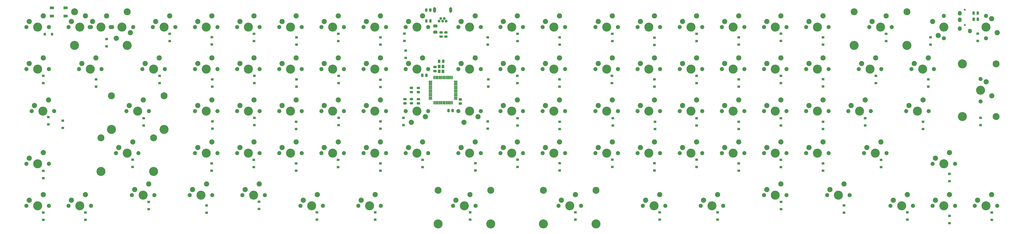
<source format=gbs>
G04 #@! TF.GenerationSoftware,KiCad,Pcbnew,(5.1.6)-1*
G04 #@! TF.CreationDate,2020-07-09T12:41:53-04:00*
G04 #@! TF.ProjectId,railroad-keyboard-pcb-only,7261696c-726f-4616-942d-6b6579626f61,rev?*
G04 #@! TF.SameCoordinates,Original*
G04 #@! TF.FileFunction,Soldermask,Bot*
G04 #@! TF.FilePolarity,Negative*
%FSLAX46Y46*%
G04 Gerber Fmt 4.6, Leading zero omitted, Abs format (unit mm)*
G04 Created by KiCad (PCBNEW (5.1.6)-1) date 2020-07-09 12:41:53*
%MOMM*%
%LPD*%
G01*
G04 APERTURE LIST*
%ADD10C,2.350000*%
%ADD11C,4.087800*%
%ADD12C,1.850000*%
%ADD13C,3.148000*%
%ADD14R,1.300000X1.000000*%
%ADD15O,1.700000X2.100000*%
%ADD16C,0.900000*%
%ADD17C,1.300000*%
%ADD18O,1.308000X2.516000*%
%ADD19R,1.900000X1.200000*%
%ADD20R,1.300000X1.500000*%
%ADD21R,0.650000X1.600000*%
%ADD22R,1.600000X0.650000*%
%ADD23R,1.000000X1.300000*%
G04 APERTURE END LIST*
D10*
G04 #@! TO.C,MX9*
X393065000Y-242570000D03*
D11*
X390525000Y-247650000D03*
D10*
X386715000Y-245110000D03*
D12*
X385445000Y-247650000D03*
X395605000Y-247650000D03*
D13*
X378618750Y-240665000D03*
X402431250Y-240665000D03*
D11*
X378618750Y-255905000D03*
X402431250Y-255905000D03*
G04 #@! TD*
D10*
G04 #@! TO.C,MX500_alt2*
X31115000Y-242570000D03*
D11*
X28575000Y-247650000D03*
D10*
X24765000Y-245110000D03*
D12*
X23495000Y-247650000D03*
X33655000Y-247650000D03*
G04 #@! TD*
D10*
G04 #@! TO.C,MX100_alt1*
X45085000Y-252730000D03*
D11*
X47625000Y-247650000D03*
D10*
X51435000Y-250190000D03*
D12*
X52705000Y-247650000D03*
X42545000Y-247650000D03*
G04 #@! TD*
D14*
G04 #@! TO.C,D500*
X20859750Y-290069000D03*
X20859750Y-293369000D03*
G04 #@! TD*
D15*
G04 #@! TO.C,U2*
X426325000Y-244328000D03*
D16*
X428625000Y-239728000D03*
X428625000Y-246728000D03*
D15*
X426325000Y-241328000D03*
X426325000Y-248328000D03*
X430925000Y-249428000D03*
G04 #@! TD*
D10*
G04 #@! TO.C,MX104*
X207327500Y-242570000D03*
D11*
X204787500Y-247650000D03*
D10*
X200977500Y-245110000D03*
D12*
X199707500Y-247650000D03*
X209867500Y-247650000D03*
G04 #@! TD*
D10*
G04 #@! TO.C,MX100*
X40640000Y-242570000D03*
D11*
X38100000Y-247650000D03*
D10*
X34290000Y-245110000D03*
D12*
X33020000Y-247650000D03*
X43180000Y-247650000D03*
D13*
X26193750Y-240665000D03*
X50006250Y-240665000D03*
D11*
X26193750Y-255905000D03*
X50006250Y-255905000D03*
G04 #@! TD*
G04 #@! TO.C,R8*
G36*
G01*
X433178000Y-243612750D02*
X433178000Y-244575250D01*
G75*
G02*
X432909250Y-244844000I-268750J0D01*
G01*
X432371750Y-244844000D01*
G75*
G02*
X432103000Y-244575250I0J268750D01*
G01*
X432103000Y-243612750D01*
G75*
G02*
X432371750Y-243344000I268750J0D01*
G01*
X432909250Y-243344000D01*
G75*
G02*
X433178000Y-243612750I0J-268750D01*
G01*
G37*
G36*
G01*
X435053000Y-243612750D02*
X435053000Y-244575250D01*
G75*
G02*
X434784250Y-244844000I-268750J0D01*
G01*
X434246750Y-244844000D01*
G75*
G02*
X433978000Y-244575250I0J268750D01*
G01*
X433978000Y-243612750D01*
G75*
G02*
X434246750Y-243344000I268750J0D01*
G01*
X434784250Y-243344000D01*
G75*
G02*
X435053000Y-243612750I0J-268750D01*
G01*
G37*
G04 #@! TD*
G04 #@! TO.C,R7*
G36*
G01*
X433129500Y-240818750D02*
X433129500Y-241781250D01*
G75*
G02*
X432860750Y-242050000I-268750J0D01*
G01*
X432323250Y-242050000D01*
G75*
G02*
X432054500Y-241781250I0J268750D01*
G01*
X432054500Y-240818750D01*
G75*
G02*
X432323250Y-240550000I268750J0D01*
G01*
X432860750Y-240550000D01*
G75*
G02*
X433129500Y-240818750I0J-268750D01*
G01*
G37*
G36*
G01*
X435004500Y-240818750D02*
X435004500Y-241781250D01*
G75*
G02*
X434735750Y-242050000I-268750J0D01*
G01*
X434198250Y-242050000D01*
G75*
G02*
X433929500Y-241781250I0J268750D01*
G01*
X433929500Y-240818750D01*
G75*
G02*
X434198250Y-240550000I268750J0D01*
G01*
X434735750Y-240550000D01*
G75*
G02*
X435004500Y-240818750I0J-268750D01*
G01*
G37*
G04 #@! TD*
G04 #@! TO.C,R6*
G36*
G01*
X195768250Y-285014750D02*
X195768250Y-285977250D01*
G75*
G02*
X195499500Y-286246000I-268750J0D01*
G01*
X194962000Y-286246000D01*
G75*
G02*
X194693250Y-285977250I0J268750D01*
G01*
X194693250Y-285014750D01*
G75*
G02*
X194962000Y-284746000I268750J0D01*
G01*
X195499500Y-284746000D01*
G75*
G02*
X195768250Y-285014750I0J-268750D01*
G01*
G37*
G36*
G01*
X197643250Y-285014750D02*
X197643250Y-285977250D01*
G75*
G02*
X197374500Y-286246000I-268750J0D01*
G01*
X196837000Y-286246000D01*
G75*
G02*
X196568250Y-285977250I0J268750D01*
G01*
X196568250Y-285014750D01*
G75*
G02*
X196837000Y-284746000I268750J0D01*
G01*
X197374500Y-284746000D01*
G75*
G02*
X197643250Y-285014750I0J-268750D01*
G01*
G37*
G04 #@! TD*
G04 #@! TO.C,R5*
G36*
G01*
X185735250Y-244374750D02*
X185735250Y-245337250D01*
G75*
G02*
X185466500Y-245606000I-268750J0D01*
G01*
X184929000Y-245606000D01*
G75*
G02*
X184660250Y-245337250I0J268750D01*
G01*
X184660250Y-244374750D01*
G75*
G02*
X184929000Y-244106000I268750J0D01*
G01*
X185466500Y-244106000D01*
G75*
G02*
X185735250Y-244374750I0J-268750D01*
G01*
G37*
G36*
G01*
X187610250Y-244374750D02*
X187610250Y-245337250D01*
G75*
G02*
X187341500Y-245606000I-268750J0D01*
G01*
X186804000Y-245606000D01*
G75*
G02*
X186535250Y-245337250I0J268750D01*
G01*
X186535250Y-244374750D01*
G75*
G02*
X186804000Y-244106000I268750J0D01*
G01*
X187341500Y-244106000D01*
G75*
G02*
X187610250Y-244374750I0J-268750D01*
G01*
G37*
G04 #@! TD*
D10*
G04 #@! TO.C,MX508*
X364490000Y-280670000D03*
D11*
X361950000Y-285750000D03*
D10*
X358140000Y-283210000D03*
D12*
X356870000Y-285750000D03*
X367030000Y-285750000D03*
G04 #@! TD*
D17*
G04 #@! TO.C,J1*
X190932000Y-244913000D03*
X192532000Y-244913000D03*
X194132000Y-244913000D03*
X191732000Y-243713000D03*
X193332000Y-243713000D03*
D18*
X196182000Y-239863000D03*
X188882000Y-239863000D03*
G04 #@! TD*
G04 #@! TO.C,C8*
G36*
G01*
X186486750Y-240384250D02*
X186486750Y-239421750D01*
G75*
G02*
X186755500Y-239153000I268750J0D01*
G01*
X187293000Y-239153000D01*
G75*
G02*
X187561750Y-239421750I0J-268750D01*
G01*
X187561750Y-240384250D01*
G75*
G02*
X187293000Y-240653000I-268750J0D01*
G01*
X186755500Y-240653000D01*
G75*
G02*
X186486750Y-240384250I0J268750D01*
G01*
G37*
G36*
G01*
X184611750Y-240384250D02*
X184611750Y-239421750D01*
G75*
G02*
X184880500Y-239153000I268750J0D01*
G01*
X185418000Y-239153000D01*
G75*
G02*
X185686750Y-239421750I0J-268750D01*
G01*
X185686750Y-240384250D01*
G75*
G02*
X185418000Y-240653000I-268750J0D01*
G01*
X184880500Y-240653000D01*
G75*
G02*
X184611750Y-240384250I0J268750D01*
G01*
G37*
G04 #@! TD*
G04 #@! TO.C,C7*
G36*
G01*
X176027000Y-280856500D02*
X175064500Y-280856500D01*
G75*
G02*
X174795750Y-280587750I0J268750D01*
G01*
X174795750Y-280050250D01*
G75*
G02*
X175064500Y-279781500I268750J0D01*
G01*
X176027000Y-279781500D01*
G75*
G02*
X176295750Y-280050250I0J-268750D01*
G01*
X176295750Y-280587750D01*
G75*
G02*
X176027000Y-280856500I-268750J0D01*
G01*
G37*
G36*
G01*
X176027000Y-282731500D02*
X175064500Y-282731500D01*
G75*
G02*
X174795750Y-282462750I0J268750D01*
G01*
X174795750Y-281925250D01*
G75*
G02*
X175064500Y-281656500I268750J0D01*
G01*
X176027000Y-281656500D01*
G75*
G02*
X176295750Y-281925250I0J-268750D01*
G01*
X176295750Y-282462750D01*
G75*
G02*
X176027000Y-282731500I-268750J0D01*
G01*
G37*
G04 #@! TD*
G04 #@! TO.C,C6*
G36*
G01*
X177985500Y-276546500D02*
X178948000Y-276546500D01*
G75*
G02*
X179216750Y-276815250I0J-268750D01*
G01*
X179216750Y-277352750D01*
G75*
G02*
X178948000Y-277621500I-268750J0D01*
G01*
X177985500Y-277621500D01*
G75*
G02*
X177716750Y-277352750I0J268750D01*
G01*
X177716750Y-276815250D01*
G75*
G02*
X177985500Y-276546500I268750J0D01*
G01*
G37*
G36*
G01*
X177985500Y-274671500D02*
X178948000Y-274671500D01*
G75*
G02*
X179216750Y-274940250I0J-268750D01*
G01*
X179216750Y-275477750D01*
G75*
G02*
X178948000Y-275746500I-268750J0D01*
G01*
X177985500Y-275746500D01*
G75*
G02*
X177716750Y-275477750I0J268750D01*
G01*
X177716750Y-274940250D01*
G75*
G02*
X177985500Y-274671500I268750J0D01*
G01*
G37*
G04 #@! TD*
G04 #@! TO.C,C5*
G36*
G01*
X182123000Y-280856500D02*
X181160500Y-280856500D01*
G75*
G02*
X180891750Y-280587750I0J268750D01*
G01*
X180891750Y-280050250D01*
G75*
G02*
X181160500Y-279781500I268750J0D01*
G01*
X182123000Y-279781500D01*
G75*
G02*
X182391750Y-280050250I0J-268750D01*
G01*
X182391750Y-280587750D01*
G75*
G02*
X182123000Y-280856500I-268750J0D01*
G01*
G37*
G36*
G01*
X182123000Y-282731500D02*
X181160500Y-282731500D01*
G75*
G02*
X180891750Y-282462750I0J268750D01*
G01*
X180891750Y-281925250D01*
G75*
G02*
X181160500Y-281656500I268750J0D01*
G01*
X182123000Y-281656500D01*
G75*
G02*
X182391750Y-281925250I0J-268750D01*
G01*
X182391750Y-282462750D01*
G75*
G02*
X182123000Y-282731500I-268750J0D01*
G01*
G37*
G04 #@! TD*
G04 #@! TO.C,C4*
G36*
G01*
X178948000Y-280826500D02*
X177985500Y-280826500D01*
G75*
G02*
X177716750Y-280557750I0J268750D01*
G01*
X177716750Y-280020250D01*
G75*
G02*
X177985500Y-279751500I268750J0D01*
G01*
X178948000Y-279751500D01*
G75*
G02*
X179216750Y-280020250I0J-268750D01*
G01*
X179216750Y-280557750D01*
G75*
G02*
X178948000Y-280826500I-268750J0D01*
G01*
G37*
G36*
G01*
X178948000Y-282701500D02*
X177985500Y-282701500D01*
G75*
G02*
X177716750Y-282432750I0J268750D01*
G01*
X177716750Y-281895250D01*
G75*
G02*
X177985500Y-281626500I268750J0D01*
G01*
X178948000Y-281626500D01*
G75*
G02*
X179216750Y-281895250I0J-268750D01*
G01*
X179216750Y-282432750D01*
G75*
G02*
X178948000Y-282701500I-268750J0D01*
G01*
G37*
G04 #@! TD*
G04 #@! TO.C,C3*
G36*
G01*
X181128750Y-276576500D02*
X182091250Y-276576500D01*
G75*
G02*
X182360000Y-276845250I0J-268750D01*
G01*
X182360000Y-277382750D01*
G75*
G02*
X182091250Y-277651500I-268750J0D01*
G01*
X181128750Y-277651500D01*
G75*
G02*
X180860000Y-277382750I0J268750D01*
G01*
X180860000Y-276845250D01*
G75*
G02*
X181128750Y-276576500I268750J0D01*
G01*
G37*
G36*
G01*
X181128750Y-274701500D02*
X182091250Y-274701500D01*
G75*
G02*
X182360000Y-274970250I0J-268750D01*
G01*
X182360000Y-275507750D01*
G75*
G02*
X182091250Y-275776500I-268750J0D01*
G01*
X181128750Y-275776500D01*
G75*
G02*
X180860000Y-275507750I0J268750D01*
G01*
X180860000Y-274970250D01*
G75*
G02*
X181128750Y-274701500I268750J0D01*
G01*
G37*
G04 #@! TD*
G04 #@! TO.C,C2*
G36*
G01*
X189584250Y-266221500D02*
X188621750Y-266221500D01*
G75*
G02*
X188353000Y-265952750I0J268750D01*
G01*
X188353000Y-265415250D01*
G75*
G02*
X188621750Y-265146500I268750J0D01*
G01*
X189584250Y-265146500D01*
G75*
G02*
X189853000Y-265415250I0J-268750D01*
G01*
X189853000Y-265952750D01*
G75*
G02*
X189584250Y-266221500I-268750J0D01*
G01*
G37*
G36*
G01*
X189584250Y-268096500D02*
X188621750Y-268096500D01*
G75*
G02*
X188353000Y-267827750I0J268750D01*
G01*
X188353000Y-267290250D01*
G75*
G02*
X188621750Y-267021500I268750J0D01*
G01*
X189584250Y-267021500D01*
G75*
G02*
X189853000Y-267290250I0J-268750D01*
G01*
X189853000Y-267827750D01*
G75*
G02*
X189584250Y-268096500I-268750J0D01*
G01*
G37*
G04 #@! TD*
G04 #@! TO.C,C1*
G36*
G01*
X191545500Y-262662750D02*
X191545500Y-263625250D01*
G75*
G02*
X191276750Y-263894000I-268750J0D01*
G01*
X190739250Y-263894000D01*
G75*
G02*
X190470500Y-263625250I0J268750D01*
G01*
X190470500Y-262662750D01*
G75*
G02*
X190739250Y-262394000I268750J0D01*
G01*
X191276750Y-262394000D01*
G75*
G02*
X191545500Y-262662750I0J-268750D01*
G01*
G37*
G36*
G01*
X193420500Y-262662750D02*
X193420500Y-263625250D01*
G75*
G02*
X193151750Y-263894000I-268750J0D01*
G01*
X192614250Y-263894000D01*
G75*
G02*
X192345500Y-263625250I0J268750D01*
G01*
X192345500Y-262662750D01*
G75*
G02*
X192614250Y-262394000I268750J0D01*
G01*
X193151750Y-262394000D01*
G75*
G02*
X193420500Y-262662750I0J-268750D01*
G01*
G37*
G04 #@! TD*
D11*
G04 #@! TO.C,MX410*
X427513750Y-264287000D03*
X427513750Y-288163000D03*
D13*
X442753750Y-264287000D03*
X442753750Y-288163000D03*
D12*
X435768750Y-281305000D03*
X435768750Y-271145000D03*
D10*
X438308750Y-272415000D03*
D11*
X435768750Y-276225000D03*
D10*
X440848750Y-278765000D03*
G04 #@! TD*
G04 #@! TO.C,MX305*
X245427500Y-261620000D03*
D11*
X242887500Y-266700000D03*
D10*
X239077500Y-264160000D03*
D12*
X237807500Y-266700000D03*
X247967500Y-266700000D03*
G04 #@! TD*
D10*
G04 #@! TO.C,MX306*
X288290000Y-261620000D03*
D11*
X285750000Y-266700000D03*
D10*
X281940000Y-264160000D03*
D12*
X280670000Y-266700000D03*
X290830000Y-266700000D03*
G04 #@! TD*
D10*
G04 #@! TO.C,MX808*
X345440000Y-318770000D03*
D11*
X342900000Y-323850000D03*
D10*
X339090000Y-321310000D03*
D12*
X337820000Y-323850000D03*
X347980000Y-323850000D03*
G04 #@! TD*
D10*
G04 #@! TO.C,MX102*
X126365000Y-242570000D03*
D11*
X123825000Y-247650000D03*
D10*
X120015000Y-245110000D03*
D12*
X118745000Y-247650000D03*
X128905000Y-247650000D03*
G04 #@! TD*
D10*
G04 #@! TO.C,MX801*
X59690000Y-318770000D03*
D11*
X57150000Y-323850000D03*
D10*
X53340000Y-321310000D03*
D12*
X52070000Y-323850000D03*
X62230000Y-323850000D03*
G04 #@! TD*
D10*
G04 #@! TO.C,MX601*
X52546250Y-299720000D03*
D11*
X50006250Y-304800000D03*
D10*
X46196250Y-302260000D03*
D12*
X44926250Y-304800000D03*
X55086250Y-304800000D03*
D13*
X38100000Y-297815000D03*
X61912500Y-297815000D03*
D11*
X38100000Y-313055000D03*
X61912500Y-313055000D03*
G04 #@! TD*
D10*
G04 #@! TO.C,MX904*
X204946250Y-323532500D03*
D11*
X202406250Y-328612500D03*
D10*
X198596250Y-326072500D03*
D12*
X197326250Y-328612500D03*
X207486250Y-328612500D03*
D13*
X190500000Y-321627500D03*
X214312500Y-321627500D03*
D11*
X190500000Y-336867500D03*
X214312500Y-336867500D03*
G04 #@! TD*
D10*
G04 #@! TO.C,MX906*
X290671250Y-323532500D03*
D11*
X288131250Y-328612500D03*
D10*
X284321250Y-326072500D03*
D12*
X283051250Y-328612500D03*
X293211250Y-328612500D03*
G04 #@! TD*
D10*
G04 #@! TO.C,MX903*
X162083750Y-323532500D03*
D11*
X159543750Y-328612500D03*
D10*
X155733750Y-326072500D03*
D12*
X154463750Y-328612500D03*
X164623750Y-328612500D03*
G04 #@! TD*
D10*
G04 #@! TO.C,MX609*
X390683750Y-299720000D03*
D11*
X388143750Y-304800000D03*
D10*
X384333750Y-302260000D03*
D12*
X383063750Y-304800000D03*
X393223750Y-304800000D03*
G04 #@! TD*
D10*
G04 #@! TO.C,MX509*
X409733750Y-280670000D03*
D11*
X407193750Y-285750000D03*
D10*
X403383750Y-283210000D03*
D12*
X402113750Y-285750000D03*
X412273750Y-285750000D03*
G04 #@! TD*
D10*
G04 #@! TO.C,MX400*
X14446250Y-280670000D03*
D11*
X11906250Y-285750000D03*
D10*
X8096250Y-283210000D03*
D12*
X6826250Y-285750000D03*
X16986250Y-285750000D03*
G04 #@! TD*
D10*
G04 #@! TO.C,MX901*
X85883750Y-318770000D03*
D11*
X83343750Y-323850000D03*
D10*
X79533750Y-321310000D03*
D12*
X78263750Y-323850000D03*
X88423750Y-323850000D03*
G04 #@! TD*
D10*
G04 #@! TO.C,MX802*
X109696250Y-318770000D03*
D11*
X107156250Y-323850000D03*
D10*
X103346250Y-321310000D03*
D12*
X102076250Y-323850000D03*
X112236250Y-323850000D03*
G04 #@! TD*
D10*
G04 #@! TO.C,MX908*
X374015000Y-318770000D03*
D11*
X371475000Y-323850000D03*
D10*
X367665000Y-321310000D03*
D12*
X366395000Y-323850000D03*
X376555000Y-323850000D03*
G04 #@! TD*
D10*
G04 #@! TO.C,MX300*
X35877500Y-261620000D03*
D11*
X33337500Y-266700000D03*
D10*
X29527500Y-264160000D03*
D12*
X28257500Y-266700000D03*
X38417500Y-266700000D03*
G04 #@! TD*
D10*
G04 #@! TO.C,MX209*
X388302500Y-261620000D03*
D11*
X385762500Y-266700000D03*
D10*
X381952500Y-264160000D03*
D12*
X380682500Y-266700000D03*
X390842500Y-266700000D03*
G04 #@! TD*
D10*
G04 #@! TO.C,MX201*
X64452500Y-261620000D03*
D11*
X61912500Y-266700000D03*
D10*
X58102500Y-264160000D03*
D12*
X56832500Y-266700000D03*
X66992500Y-266700000D03*
G04 #@! TD*
D10*
G04 #@! TO.C,MX905*
X252571250Y-323532500D03*
D11*
X250031250Y-328612500D03*
D10*
X246221250Y-326072500D03*
D12*
X244951250Y-328612500D03*
X255111250Y-328612500D03*
D13*
X238125000Y-321627500D03*
X261937500Y-321627500D03*
D11*
X238125000Y-336867500D03*
X261937500Y-336867500D03*
G04 #@! TD*
D10*
G04 #@! TO.C,MX401*
X57308750Y-280670000D03*
D11*
X54768750Y-285750000D03*
D10*
X50958750Y-283210000D03*
D12*
X49688750Y-285750000D03*
X59848750Y-285750000D03*
D13*
X42862500Y-278765000D03*
X66675000Y-278765000D03*
D11*
X42862500Y-294005000D03*
X66675000Y-294005000D03*
G04 #@! TD*
D10*
G04 #@! TO.C,MX602*
X107315000Y-299720000D03*
D11*
X104775000Y-304800000D03*
D10*
X100965000Y-302260000D03*
D12*
X99695000Y-304800000D03*
X109855000Y-304800000D03*
G04 #@! TD*
D10*
G04 #@! TO.C,MX702*
X126365000Y-299720000D03*
D11*
X123825000Y-304800000D03*
D10*
X120015000Y-302260000D03*
D12*
X118745000Y-304800000D03*
X128905000Y-304800000D03*
G04 #@! TD*
D10*
G04 #@! TO.C,MX502*
X126365000Y-280670000D03*
D11*
X123825000Y-285750000D03*
D10*
X120015000Y-283210000D03*
D12*
X118745000Y-285750000D03*
X128905000Y-285750000D03*
G04 #@! TD*
D10*
G04 #@! TO.C,MX909*
X421640000Y-323532500D03*
D11*
X419100000Y-328612500D03*
D10*
X415290000Y-326072500D03*
D12*
X414020000Y-328612500D03*
X424180000Y-328612500D03*
G04 #@! TD*
D10*
G04 #@! TO.C,MX907*
X316865000Y-323532500D03*
D11*
X314325000Y-328612500D03*
D10*
X310515000Y-326072500D03*
D12*
X309245000Y-328612500D03*
X319405000Y-328612500D03*
G04 #@! TD*
D10*
G04 #@! TO.C,MX902*
X135890000Y-323532500D03*
D11*
X133350000Y-328612500D03*
D10*
X129540000Y-326072500D03*
D12*
X128270000Y-328612500D03*
X138430000Y-328612500D03*
G04 #@! TD*
D10*
G04 #@! TO.C,MX900*
X31115000Y-323532500D03*
D11*
X28575000Y-328612500D03*
D10*
X24765000Y-326072500D03*
D12*
X23495000Y-328612500D03*
X33655000Y-328612500D03*
G04 #@! TD*
D10*
G04 #@! TO.C,MX810*
X440690000Y-323532500D03*
D11*
X438150000Y-328612500D03*
D10*
X434340000Y-326072500D03*
D12*
X433070000Y-328612500D03*
X443230000Y-328612500D03*
G04 #@! TD*
D10*
G04 #@! TO.C,MX809*
X402590000Y-323532500D03*
D11*
X400050000Y-328612500D03*
D10*
X396240000Y-326072500D03*
D12*
X394970000Y-328612500D03*
X405130000Y-328612500D03*
G04 #@! TD*
D10*
G04 #@! TO.C,MX800*
X12065000Y-323532500D03*
D11*
X9525000Y-328612500D03*
D10*
X5715000Y-326072500D03*
D12*
X4445000Y-328612500D03*
X14605000Y-328612500D03*
G04 #@! TD*
D10*
G04 #@! TO.C,MX709*
X421640000Y-304482500D03*
D11*
X419100000Y-309562500D03*
D10*
X415290000Y-307022500D03*
D12*
X414020000Y-309562500D03*
X424180000Y-309562500D03*
G04 #@! TD*
D10*
G04 #@! TO.C,MX708*
X364490000Y-299720000D03*
D11*
X361950000Y-304800000D03*
D10*
X358140000Y-302260000D03*
D12*
X356870000Y-304800000D03*
X367030000Y-304800000D03*
G04 #@! TD*
D10*
G04 #@! TO.C,MX707*
X326390000Y-299720000D03*
D11*
X323850000Y-304800000D03*
D10*
X320040000Y-302260000D03*
D12*
X318770000Y-304800000D03*
X328930000Y-304800000D03*
G04 #@! TD*
D10*
G04 #@! TO.C,MX706*
X288290000Y-299720000D03*
D11*
X285750000Y-304800000D03*
D10*
X281940000Y-302260000D03*
D12*
X280670000Y-304800000D03*
X290830000Y-304800000D03*
G04 #@! TD*
D10*
G04 #@! TO.C,MX705*
X245427500Y-299720000D03*
D11*
X242887500Y-304800000D03*
D10*
X239077500Y-302260000D03*
D12*
X237807500Y-304800000D03*
X247967500Y-304800000D03*
G04 #@! TD*
D10*
G04 #@! TO.C,MX704*
X207327500Y-299720000D03*
D11*
X204787500Y-304800000D03*
D10*
X200977500Y-302260000D03*
D12*
X199707500Y-304800000D03*
X209867500Y-304800000D03*
G04 #@! TD*
D10*
G04 #@! TO.C,MX703*
X164465000Y-299720000D03*
D11*
X161925000Y-304800000D03*
D10*
X158115000Y-302260000D03*
D12*
X156845000Y-304800000D03*
X167005000Y-304800000D03*
G04 #@! TD*
D10*
G04 #@! TO.C,MX701*
X88265000Y-299720000D03*
D11*
X85725000Y-304800000D03*
D10*
X81915000Y-302260000D03*
D12*
X80645000Y-304800000D03*
X90805000Y-304800000D03*
G04 #@! TD*
D10*
G04 #@! TO.C,MX608*
X345440000Y-299720000D03*
D11*
X342900000Y-304800000D03*
D10*
X339090000Y-302260000D03*
D12*
X337820000Y-304800000D03*
X347980000Y-304800000D03*
G04 #@! TD*
D10*
G04 #@! TO.C,MX607*
X307340000Y-299720000D03*
D11*
X304800000Y-304800000D03*
D10*
X300990000Y-302260000D03*
D12*
X299720000Y-304800000D03*
X309880000Y-304800000D03*
G04 #@! TD*
D10*
G04 #@! TO.C,MX606*
X269240000Y-299720000D03*
D11*
X266700000Y-304800000D03*
D10*
X262890000Y-302260000D03*
D12*
X261620000Y-304800000D03*
X271780000Y-304800000D03*
G04 #@! TD*
D10*
G04 #@! TO.C,MX605*
X226377500Y-299720000D03*
D11*
X223837500Y-304800000D03*
D10*
X220027500Y-302260000D03*
D12*
X218757500Y-304800000D03*
X228917500Y-304800000D03*
G04 #@! TD*
D10*
G04 #@! TO.C,MX604*
X183515000Y-299720000D03*
D11*
X180975000Y-304800000D03*
D10*
X177165000Y-302260000D03*
D12*
X175895000Y-304800000D03*
X186055000Y-304800000D03*
G04 #@! TD*
D10*
G04 #@! TO.C,MX603*
X145415000Y-299720000D03*
D11*
X142875000Y-304800000D03*
D10*
X139065000Y-302260000D03*
D12*
X137795000Y-304800000D03*
X147955000Y-304800000D03*
G04 #@! TD*
D10*
G04 #@! TO.C,MX600*
X12065000Y-304482500D03*
D11*
X9525000Y-309562500D03*
D10*
X5715000Y-307022500D03*
D12*
X4445000Y-309562500D03*
X14605000Y-309562500D03*
G04 #@! TD*
D10*
G04 #@! TO.C,MX507*
X326390000Y-280670000D03*
D11*
X323850000Y-285750000D03*
D10*
X320040000Y-283210000D03*
D12*
X318770000Y-285750000D03*
X328930000Y-285750000D03*
G04 #@! TD*
D10*
G04 #@! TO.C,MX506*
X288290000Y-280670000D03*
D11*
X285750000Y-285750000D03*
D10*
X281940000Y-283210000D03*
D12*
X280670000Y-285750000D03*
X290830000Y-285750000D03*
G04 #@! TD*
D10*
G04 #@! TO.C,MX505*
X245427500Y-280670000D03*
D11*
X242887500Y-285750000D03*
D10*
X239077500Y-283210000D03*
D12*
X237807500Y-285750000D03*
X247967500Y-285750000D03*
G04 #@! TD*
D10*
G04 #@! TO.C,MX504*
X202247500Y-290830000D03*
D11*
X204787500Y-285750000D03*
D10*
X208597500Y-288290000D03*
D12*
X209867500Y-285750000D03*
X199707500Y-285750000D03*
G04 #@! TD*
D10*
G04 #@! TO.C,MX503*
X164465000Y-280670000D03*
D11*
X161925000Y-285750000D03*
D10*
X158115000Y-283210000D03*
D12*
X156845000Y-285750000D03*
X167005000Y-285750000D03*
G04 #@! TD*
D10*
G04 #@! TO.C,MX501*
X88265000Y-280670000D03*
D11*
X85725000Y-285750000D03*
D10*
X81915000Y-283210000D03*
D12*
X80645000Y-285750000D03*
X90805000Y-285750000D03*
G04 #@! TD*
D10*
G04 #@! TO.C,MX409*
X383540000Y-280670000D03*
D11*
X381000000Y-285750000D03*
D10*
X377190000Y-283210000D03*
D12*
X375920000Y-285750000D03*
X386080000Y-285750000D03*
G04 #@! TD*
D10*
G04 #@! TO.C,MX408*
X345440000Y-280670000D03*
D11*
X342900000Y-285750000D03*
D10*
X339090000Y-283210000D03*
D12*
X337820000Y-285750000D03*
X347980000Y-285750000D03*
G04 #@! TD*
D10*
G04 #@! TO.C,MX407*
X307340000Y-280670000D03*
D11*
X304800000Y-285750000D03*
D10*
X300990000Y-283210000D03*
D12*
X299720000Y-285750000D03*
X309880000Y-285750000D03*
G04 #@! TD*
D10*
G04 #@! TO.C,MX406*
X269240000Y-280670000D03*
D11*
X266700000Y-285750000D03*
D10*
X262890000Y-283210000D03*
D12*
X261620000Y-285750000D03*
X271780000Y-285750000D03*
G04 #@! TD*
D10*
G04 #@! TO.C,MX405*
X226377500Y-280670000D03*
D11*
X223837500Y-285750000D03*
D10*
X220027500Y-283210000D03*
D12*
X218757500Y-285750000D03*
X228917500Y-285750000D03*
G04 #@! TD*
D10*
G04 #@! TO.C,MX404*
X178435000Y-290830000D03*
D11*
X180975000Y-285750000D03*
D10*
X184785000Y-288290000D03*
D12*
X186055000Y-285750000D03*
X175895000Y-285750000D03*
G04 #@! TD*
D10*
G04 #@! TO.C,MX403*
X145415000Y-280670000D03*
D11*
X142875000Y-285750000D03*
D10*
X139065000Y-283210000D03*
D12*
X137795000Y-285750000D03*
X147955000Y-285750000D03*
G04 #@! TD*
D10*
G04 #@! TO.C,MX402*
X107315000Y-280670000D03*
D11*
X104775000Y-285750000D03*
D10*
X100965000Y-283210000D03*
D12*
X99695000Y-285750000D03*
X109855000Y-285750000D03*
G04 #@! TD*
D10*
G04 #@! TO.C,MX309*
X412115000Y-261620000D03*
D11*
X409575000Y-266700000D03*
D10*
X405765000Y-264160000D03*
D12*
X404495000Y-266700000D03*
X414655000Y-266700000D03*
G04 #@! TD*
D10*
G04 #@! TO.C,MX307*
X326390000Y-261620000D03*
D11*
X323850000Y-266700000D03*
D10*
X320040000Y-264160000D03*
D12*
X318770000Y-266700000D03*
X328930000Y-266700000D03*
G04 #@! TD*
D10*
G04 #@! TO.C,MX304*
X207327500Y-261620000D03*
D11*
X204787500Y-266700000D03*
D10*
X200977500Y-264160000D03*
D12*
X199707500Y-266700000D03*
X209867500Y-266700000D03*
G04 #@! TD*
D10*
G04 #@! TO.C,MX303*
X164465000Y-261620000D03*
D11*
X161925000Y-266700000D03*
D10*
X158115000Y-264160000D03*
D12*
X156845000Y-266700000D03*
X167005000Y-266700000D03*
G04 #@! TD*
D10*
G04 #@! TO.C,MX302*
X126365000Y-261620000D03*
D11*
X123825000Y-266700000D03*
D10*
X120015000Y-264160000D03*
D12*
X118745000Y-266700000D03*
X128905000Y-266700000D03*
G04 #@! TD*
D10*
G04 #@! TO.C,MX301*
X88265000Y-261620000D03*
D11*
X85725000Y-266700000D03*
D10*
X81915000Y-264160000D03*
D12*
X80645000Y-266700000D03*
X90805000Y-266700000D03*
G04 #@! TD*
D10*
G04 #@! TO.C,MX208*
X345440000Y-261620000D03*
D11*
X342900000Y-266700000D03*
D10*
X339090000Y-264160000D03*
D12*
X337820000Y-266700000D03*
X347980000Y-266700000D03*
G04 #@! TD*
D10*
G04 #@! TO.C,MX207*
X307340000Y-261620000D03*
D11*
X304800000Y-266700000D03*
D10*
X300990000Y-264160000D03*
D12*
X299720000Y-266700000D03*
X309880000Y-266700000D03*
G04 #@! TD*
D10*
G04 #@! TO.C,MX206*
X269240000Y-261620000D03*
D11*
X266700000Y-266700000D03*
D10*
X262890000Y-264160000D03*
D12*
X261620000Y-266700000D03*
X271780000Y-266700000D03*
G04 #@! TD*
D10*
G04 #@! TO.C,MX205*
X226377500Y-261620000D03*
D11*
X223837500Y-266700000D03*
D10*
X220027500Y-264160000D03*
D12*
X218757500Y-266700000D03*
X228917500Y-266700000D03*
G04 #@! TD*
D10*
G04 #@! TO.C,MX204*
X183515000Y-261620000D03*
D11*
X180975000Y-266700000D03*
D10*
X177165000Y-264160000D03*
D12*
X175895000Y-266700000D03*
X186055000Y-266700000D03*
G04 #@! TD*
D10*
G04 #@! TO.C,MX203*
X145415000Y-261620000D03*
D11*
X142875000Y-266700000D03*
D10*
X139065000Y-264160000D03*
D12*
X137795000Y-266700000D03*
X147955000Y-266700000D03*
G04 #@! TD*
D10*
G04 #@! TO.C,MX202*
X107315000Y-261620000D03*
D11*
X104775000Y-266700000D03*
D10*
X100965000Y-264160000D03*
D12*
X99695000Y-266700000D03*
X109855000Y-266700000D03*
G04 #@! TD*
D10*
G04 #@! TO.C,MX200*
X12065000Y-261620000D03*
D11*
X9525000Y-266700000D03*
D10*
X5715000Y-264160000D03*
D12*
X4445000Y-266700000D03*
X14605000Y-266700000D03*
G04 #@! TD*
D10*
G04 #@! TO.C,MX109*
X414020000Y-245110000D03*
D11*
X419100000Y-247650000D03*
D10*
X416560000Y-251460000D03*
D12*
X419100000Y-252730000D03*
X419100000Y-242570000D03*
G04 #@! TD*
D10*
G04 #@! TO.C,MX108*
X364490000Y-242570000D03*
D11*
X361950000Y-247650000D03*
D10*
X358140000Y-245110000D03*
D12*
X356870000Y-247650000D03*
X367030000Y-247650000D03*
G04 #@! TD*
D10*
G04 #@! TO.C,MX107*
X326390000Y-242570000D03*
D11*
X323850000Y-247650000D03*
D10*
X320040000Y-245110000D03*
D12*
X318770000Y-247650000D03*
X328930000Y-247650000D03*
G04 #@! TD*
D10*
G04 #@! TO.C,MX106*
X288290000Y-242570000D03*
D11*
X285750000Y-247650000D03*
D10*
X281940000Y-245110000D03*
D12*
X280670000Y-247650000D03*
X290830000Y-247650000D03*
G04 #@! TD*
D10*
G04 #@! TO.C,MX105*
X245427500Y-242570000D03*
D11*
X242887500Y-247650000D03*
D10*
X239077500Y-245110000D03*
D12*
X237807500Y-247650000D03*
X247967500Y-247650000D03*
G04 #@! TD*
D10*
G04 #@! TO.C,MX103*
X164465000Y-242570000D03*
D11*
X161925000Y-247650000D03*
D10*
X158115000Y-245110000D03*
D12*
X156845000Y-247650000D03*
X167005000Y-247650000D03*
G04 #@! TD*
D10*
G04 #@! TO.C,MX101*
X88265000Y-242570000D03*
D11*
X85725000Y-247650000D03*
D10*
X81915000Y-245110000D03*
D12*
X80645000Y-247650000D03*
X90805000Y-247650000D03*
G04 #@! TD*
D10*
G04 #@! TO.C,MX10*
X443230000Y-250190000D03*
D11*
X438150000Y-247650000D03*
D10*
X440690000Y-243840000D03*
D12*
X438150000Y-242570000D03*
X438150000Y-252730000D03*
G04 #@! TD*
D10*
G04 #@! TO.C,MX8*
X345440000Y-242570000D03*
D11*
X342900000Y-247650000D03*
D10*
X339090000Y-245110000D03*
D12*
X337820000Y-247650000D03*
X347980000Y-247650000D03*
G04 #@! TD*
D10*
G04 #@! TO.C,MX7*
X307340000Y-242570000D03*
D11*
X304800000Y-247650000D03*
D10*
X300990000Y-245110000D03*
D12*
X299720000Y-247650000D03*
X309880000Y-247650000D03*
G04 #@! TD*
D10*
G04 #@! TO.C,MX6*
X269240000Y-242570000D03*
D11*
X266700000Y-247650000D03*
D10*
X262890000Y-245110000D03*
D12*
X261620000Y-247650000D03*
X271780000Y-247650000D03*
G04 #@! TD*
D10*
G04 #@! TO.C,MX5*
X226377500Y-242570000D03*
D11*
X223837500Y-247650000D03*
D10*
X220027500Y-245110000D03*
D12*
X218757500Y-247650000D03*
X228917500Y-247650000D03*
G04 #@! TD*
D10*
G04 #@! TO.C,MX4*
X183515000Y-242570000D03*
D11*
X180975000Y-247650000D03*
D10*
X177165000Y-245110000D03*
D12*
X175895000Y-247650000D03*
X186055000Y-247650000D03*
G04 #@! TD*
D10*
G04 #@! TO.C,MX3*
X145415000Y-242570000D03*
D11*
X142875000Y-247650000D03*
D10*
X139065000Y-245110000D03*
D12*
X137795000Y-247650000D03*
X147955000Y-247650000D03*
G04 #@! TD*
D10*
G04 #@! TO.C,MX2*
X107315000Y-242570000D03*
D11*
X104775000Y-247650000D03*
D10*
X100965000Y-245110000D03*
D12*
X99695000Y-247650000D03*
X109855000Y-247650000D03*
G04 #@! TD*
D10*
G04 #@! TO.C,MX1*
X69215000Y-242570000D03*
D11*
X66675000Y-247650000D03*
D10*
X62865000Y-245110000D03*
D12*
X61595000Y-247650000D03*
X71755000Y-247650000D03*
G04 #@! TD*
D10*
G04 #@! TO.C,MX0*
X12065000Y-242570000D03*
D11*
X9525000Y-247650000D03*
D10*
X5715000Y-245110000D03*
D12*
X4445000Y-247650000D03*
X14605000Y-247650000D03*
G04 #@! TD*
D10*
G04 #@! TO.C,MX308*
X364490000Y-261620000D03*
D11*
X361950000Y-266700000D03*
D10*
X358140000Y-264160000D03*
D12*
X356870000Y-266700000D03*
X367030000Y-266700000D03*
G04 #@! TD*
G04 #@! TO.C,F1*
G36*
G01*
X189916750Y-247817000D02*
X188606750Y-247817000D01*
G75*
G02*
X188336750Y-247547000I0J270000D01*
G01*
X188336750Y-246737000D01*
G75*
G02*
X188606750Y-246467000I270000J0D01*
G01*
X189916750Y-246467000D01*
G75*
G02*
X190186750Y-246737000I0J-270000D01*
G01*
X190186750Y-247547000D01*
G75*
G02*
X189916750Y-247817000I-270000J0D01*
G01*
G37*
G36*
G01*
X189916750Y-250617000D02*
X188606750Y-250617000D01*
G75*
G02*
X188336750Y-250347000I0J270000D01*
G01*
X188336750Y-249537000D01*
G75*
G02*
X188606750Y-249267000I270000J0D01*
G01*
X189916750Y-249267000D01*
G75*
G02*
X190186750Y-249537000I0J-270000D01*
G01*
X190186750Y-250347000D01*
G75*
G02*
X189916750Y-250617000I-270000J0D01*
G01*
G37*
G04 #@! TD*
D19*
G04 #@! TO.C,SW1*
X15950000Y-238942000D03*
X22150000Y-242642000D03*
X15950000Y-242642000D03*
X22150000Y-238942000D03*
G04 #@! TD*
G04 #@! TO.C,R3*
G36*
G01*
X192378250Y-250600500D02*
X191415750Y-250600500D01*
G75*
G02*
X191147000Y-250331750I0J268750D01*
G01*
X191147000Y-249794250D01*
G75*
G02*
X191415750Y-249525500I268750J0D01*
G01*
X192378250Y-249525500D01*
G75*
G02*
X192647000Y-249794250I0J-268750D01*
G01*
X192647000Y-250331750D01*
G75*
G02*
X192378250Y-250600500I-268750J0D01*
G01*
G37*
G36*
G01*
X192378250Y-252475500D02*
X191415750Y-252475500D01*
G75*
G02*
X191147000Y-252206750I0J268750D01*
G01*
X191147000Y-251669250D01*
G75*
G02*
X191415750Y-251400500I268750J0D01*
G01*
X192378250Y-251400500D01*
G75*
G02*
X192647000Y-251669250I0J-268750D01*
G01*
X192647000Y-252206750D01*
G75*
G02*
X192378250Y-252475500I-268750J0D01*
G01*
G37*
G04 #@! TD*
G04 #@! TO.C,R2*
G36*
G01*
X194537250Y-250600500D02*
X193574750Y-250600500D01*
G75*
G02*
X193306000Y-250331750I0J268750D01*
G01*
X193306000Y-249794250D01*
G75*
G02*
X193574750Y-249525500I268750J0D01*
G01*
X194537250Y-249525500D01*
G75*
G02*
X194806000Y-249794250I0J-268750D01*
G01*
X194806000Y-250331750D01*
G75*
G02*
X194537250Y-250600500I-268750J0D01*
G01*
G37*
G36*
G01*
X194537250Y-252475500D02*
X193574750Y-252475500D01*
G75*
G02*
X193306000Y-252206750I0J268750D01*
G01*
X193306000Y-251669250D01*
G75*
G02*
X193574750Y-251400500I268750J0D01*
G01*
X194537250Y-251400500D01*
G75*
G02*
X194806000Y-251669250I0J-268750D01*
G01*
X194806000Y-252206750D01*
G75*
G02*
X194537250Y-252475500I-268750J0D01*
G01*
G37*
G04 #@! TD*
D20*
G04 #@! TO.C,Y1*
X191047000Y-265473000D03*
X191047000Y-267673000D03*
X192747000Y-267673000D03*
X192747000Y-265473000D03*
G04 #@! TD*
D21*
G04 #@! TO.C,U1*
X188786000Y-281925000D03*
X189586000Y-281925000D03*
X190386000Y-281925000D03*
X191186000Y-281925000D03*
X191986000Y-281925000D03*
X192786000Y-281925000D03*
X193586000Y-281925000D03*
X194386000Y-281925000D03*
X195186000Y-281925000D03*
X195986000Y-281925000D03*
X196786000Y-281925000D03*
D22*
X198486000Y-280225000D03*
X198486000Y-279425000D03*
X198486000Y-278625000D03*
X198486000Y-277825000D03*
X198486000Y-277025000D03*
X198486000Y-276225000D03*
X198486000Y-275425000D03*
X198486000Y-274625000D03*
X198486000Y-273825000D03*
X198486000Y-273025000D03*
X198486000Y-272225000D03*
D21*
X196786000Y-270525000D03*
X195986000Y-270525000D03*
X195186000Y-270525000D03*
X194386000Y-270525000D03*
X193586000Y-270525000D03*
X192786000Y-270525000D03*
X191986000Y-270525000D03*
X191186000Y-270525000D03*
X190386000Y-270525000D03*
X189586000Y-270525000D03*
X188786000Y-270525000D03*
D22*
X187086000Y-272225000D03*
X187086000Y-273025000D03*
X187086000Y-273825000D03*
X187086000Y-274625000D03*
X187086000Y-275425000D03*
X187086000Y-276225000D03*
X187086000Y-277025000D03*
X187086000Y-277825000D03*
X187086000Y-278625000D03*
X187086000Y-279425000D03*
X187086000Y-280225000D03*
G04 #@! TD*
G04 #@! TO.C,R4*
G36*
G01*
X201046000Y-280953500D02*
X200083500Y-280953500D01*
G75*
G02*
X199814750Y-280684750I0J268750D01*
G01*
X199814750Y-280147250D01*
G75*
G02*
X200083500Y-279878500I268750J0D01*
G01*
X201046000Y-279878500D01*
G75*
G02*
X201314750Y-280147250I0J-268750D01*
G01*
X201314750Y-280684750D01*
G75*
G02*
X201046000Y-280953500I-268750J0D01*
G01*
G37*
G36*
G01*
X201046000Y-282828500D02*
X200083500Y-282828500D01*
G75*
G02*
X199814750Y-282559750I0J268750D01*
G01*
X199814750Y-282022250D01*
G75*
G02*
X200083500Y-281753500I268750J0D01*
G01*
X201046000Y-281753500D01*
G75*
G02*
X201314750Y-282022250I0J-268750D01*
G01*
X201314750Y-282559750D01*
G75*
G02*
X201046000Y-282828500I-268750J0D01*
G01*
G37*
G04 #@! TD*
G04 #@! TO.C,R1*
G36*
G01*
X184708750Y-269975250D02*
X184708750Y-269012750D01*
G75*
G02*
X184977500Y-268744000I268750J0D01*
G01*
X185515000Y-268744000D01*
G75*
G02*
X185783750Y-269012750I0J-268750D01*
G01*
X185783750Y-269975250D01*
G75*
G02*
X185515000Y-270244000I-268750J0D01*
G01*
X184977500Y-270244000D01*
G75*
G02*
X184708750Y-269975250I0J268750D01*
G01*
G37*
G36*
G01*
X182833750Y-269975250D02*
X182833750Y-269012750D01*
G75*
G02*
X183102500Y-268744000I268750J0D01*
G01*
X183640000Y-268744000D01*
G75*
G02*
X183908750Y-269012750I0J-268750D01*
G01*
X183908750Y-269975250D01*
G75*
G02*
X183640000Y-270244000I-268750J0D01*
G01*
X183102500Y-270244000D01*
G75*
G02*
X182833750Y-269975250I0J268750D01*
G01*
G37*
G04 #@! TD*
D14*
G04 #@! TO.C,D909*
X421640000Y-333185500D03*
X421640000Y-336485500D03*
G04 #@! TD*
G04 #@! TO.C,D908*
X374015000Y-328487500D03*
X374015000Y-331787500D03*
G04 #@! TD*
G04 #@! TO.C,D907*
X316865000Y-331598000D03*
X316865000Y-334898000D03*
G04 #@! TD*
G04 #@! TO.C,D906*
X290703000Y-331598000D03*
X290703000Y-334898000D03*
G04 #@! TD*
G04 #@! TO.C,D905*
X252603000Y-331598000D03*
X252603000Y-334898000D03*
G04 #@! TD*
G04 #@! TO.C,D904*
X204978000Y-331598000D03*
X204978000Y-334898000D03*
G04 #@! TD*
G04 #@! TO.C,D903*
X162083750Y-331598000D03*
X162083750Y-334898000D03*
G04 #@! TD*
G04 #@! TO.C,D902*
X135794750Y-331597000D03*
X135794750Y-334897000D03*
G04 #@! TD*
G04 #@! TO.C,D901*
X85852000Y-328487500D03*
X85852000Y-331787500D03*
G04 #@! TD*
G04 #@! TO.C,D900*
X31115000Y-331724000D03*
X31115000Y-335024000D03*
G04 #@! TD*
G04 #@! TO.C,D810*
X440817000Y-331725000D03*
X440817000Y-335025000D03*
G04 #@! TD*
G04 #@! TO.C,D809*
X402590000Y-331598000D03*
X402590000Y-334898000D03*
G04 #@! TD*
G04 #@! TO.C,D808*
X345567000Y-326899000D03*
X345567000Y-330199000D03*
G04 #@! TD*
G04 #@! TO.C,D802*
X109632750Y-326771000D03*
X109632750Y-330071000D03*
G04 #@! TD*
G04 #@! TO.C,D801*
X59690000Y-326899000D03*
X59690000Y-330199000D03*
G04 #@! TD*
G04 #@! TO.C,D800*
X12065000Y-331725000D03*
X12065000Y-335025000D03*
G04 #@! TD*
G04 #@! TO.C,D709*
X421640000Y-314136500D03*
X421640000Y-317436500D03*
G04 #@! TD*
G04 #@! TO.C,D708*
X364490000Y-309436500D03*
X364490000Y-312736500D03*
G04 #@! TD*
G04 #@! TO.C,D707*
X326390000Y-309436500D03*
X326390000Y-312736500D03*
G04 #@! TD*
G04 #@! TO.C,D706*
X288290000Y-309309500D03*
X288290000Y-312609500D03*
G04 #@! TD*
G04 #@! TO.C,D705*
X245491000Y-309309500D03*
X245491000Y-312609500D03*
G04 #@! TD*
G04 #@! TO.C,D704*
X207391000Y-309309500D03*
X207391000Y-312609500D03*
G04 #@! TD*
G04 #@! TO.C,D703*
X164496750Y-309436500D03*
X164496750Y-312736500D03*
G04 #@! TD*
G04 #@! TO.C,D702*
X126396750Y-309436500D03*
X126396750Y-312736500D03*
G04 #@! TD*
G04 #@! TO.C,D701*
X88138000Y-309436500D03*
X88138000Y-312736500D03*
G04 #@! TD*
G04 #@! TO.C,D609*
X390779000Y-307849000D03*
X390779000Y-311149000D03*
G04 #@! TD*
G04 #@! TO.C,D608*
X345440000Y-307849000D03*
X345440000Y-311149000D03*
G04 #@! TD*
G04 #@! TO.C,D607*
X307340000Y-307722000D03*
X307340000Y-311022000D03*
G04 #@! TD*
G04 #@! TO.C,D606*
X269240000Y-307722000D03*
X269240000Y-311022000D03*
G04 #@! TD*
G04 #@! TO.C,D605*
X226441000Y-307722000D03*
X226441000Y-311022000D03*
G04 #@! TD*
G04 #@! TO.C,D604*
X183515000Y-307850000D03*
X183515000Y-311150000D03*
G04 #@! TD*
G04 #@! TO.C,D603*
X145288000Y-307849000D03*
X145288000Y-311149000D03*
G04 #@! TD*
G04 #@! TO.C,D602*
X107219750Y-307849000D03*
X107219750Y-311149000D03*
G04 #@! TD*
G04 #@! TO.C,D601*
X52451000Y-307722000D03*
X52451000Y-311022000D03*
G04 #@! TD*
G04 #@! TO.C,D600*
X12065000Y-312803000D03*
X12065000Y-316103000D03*
G04 #@! TD*
G04 #@! TO.C,D509*
X409702000Y-290512500D03*
X409702000Y-293812500D03*
G04 #@! TD*
G04 #@! TO.C,D508*
X364490000Y-290513500D03*
X364490000Y-293813500D03*
G04 #@! TD*
G04 #@! TO.C,D507*
X326390000Y-290513500D03*
X326390000Y-293813500D03*
G04 #@! TD*
G04 #@! TO.C,D506*
X288544000Y-290513500D03*
X288544000Y-293813500D03*
G04 #@! TD*
G04 #@! TO.C,D505*
X245491000Y-290513500D03*
X245491000Y-293813500D03*
G04 #@! TD*
G04 #@! TO.C,D504*
X212979000Y-290387500D03*
X212979000Y-293687500D03*
G04 #@! TD*
G04 #@! TO.C,D503*
X164465000Y-290386500D03*
X164465000Y-293686500D03*
G04 #@! TD*
G04 #@! TO.C,D502*
X126396750Y-290513500D03*
X126396750Y-293813500D03*
G04 #@! TD*
G04 #@! TO.C,D501*
X88519000Y-290386500D03*
X88519000Y-293686500D03*
G04 #@! TD*
G04 #@! TO.C,D410*
X435768750Y-288798000D03*
X435768750Y-292098000D03*
G04 #@! TD*
G04 #@! TO.C,D409*
X383540000Y-288926000D03*
X383540000Y-292226000D03*
G04 #@! TD*
G04 #@! TO.C,D408*
X345440000Y-288926000D03*
X345440000Y-292226000D03*
G04 #@! TD*
G04 #@! TO.C,D407*
X307340000Y-288926000D03*
X307340000Y-292226000D03*
G04 #@! TD*
G04 #@! TO.C,D406*
X269494000Y-288926000D03*
X269494000Y-292226000D03*
G04 #@! TD*
G04 #@! TO.C,D405*
X226441000Y-288926000D03*
X226441000Y-292226000D03*
G04 #@! TD*
G04 #@! TO.C,D404*
X174879000Y-288800000D03*
X174879000Y-292100000D03*
G04 #@! TD*
G04 #@! TO.C,D403*
X145542000Y-288799000D03*
X145542000Y-292099000D03*
G04 #@! TD*
G04 #@! TO.C,D402*
X107442000Y-288799000D03*
X107442000Y-292099000D03*
G04 #@! TD*
G04 #@! TO.C,D401*
X57404000Y-288927000D03*
X57404000Y-292227000D03*
G04 #@! TD*
G04 #@! TO.C,D400*
X14351000Y-288418000D03*
X14351000Y-291718000D03*
G04 #@! TD*
G04 #@! TO.C,D309*
X412115000Y-271336500D03*
X412115000Y-274636500D03*
G04 #@! TD*
G04 #@! TO.C,D308*
X364490000Y-271209500D03*
X364490000Y-274509500D03*
G04 #@! TD*
G04 #@! TO.C,D307*
X326390000Y-271336500D03*
X326390000Y-274636500D03*
G04 #@! TD*
G04 #@! TO.C,D306*
X288290000Y-271336500D03*
X288290000Y-274636500D03*
G04 #@! TD*
G04 #@! TO.C,D305*
X245364000Y-271336500D03*
X245364000Y-274636500D03*
G04 #@! TD*
G04 #@! TO.C,D304*
X213233000Y-271337500D03*
X213233000Y-274637500D03*
G04 #@! TD*
G04 #@! TO.C,D303*
X164465000Y-271464500D03*
X164465000Y-274764500D03*
G04 #@! TD*
G04 #@! TO.C,D302*
X126492000Y-271336500D03*
X126492000Y-274636500D03*
G04 #@! TD*
G04 #@! TO.C,D301*
X88392000Y-271336500D03*
X88392000Y-274636500D03*
G04 #@! TD*
G04 #@! TO.C,D300*
X35941000Y-271336500D03*
X35941000Y-274636500D03*
G04 #@! TD*
G04 #@! TO.C,D209*
X388366000Y-269749000D03*
X388366000Y-273049000D03*
G04 #@! TD*
G04 #@! TO.C,D208*
X345440000Y-269749000D03*
X345440000Y-273049000D03*
G04 #@! TD*
G04 #@! TO.C,D207*
X307340000Y-269749000D03*
X307340000Y-273049000D03*
G04 #@! TD*
G04 #@! TO.C,D206*
X269113000Y-269749000D03*
X269113000Y-273049000D03*
G04 #@! TD*
G04 #@! TO.C,D205*
X226314000Y-269749000D03*
X226314000Y-273049000D03*
G04 #@! TD*
G04 #@! TO.C,D204*
X175897000Y-261620000D03*
X175897000Y-258320000D03*
G04 #@! TD*
G04 #@! TO.C,D203*
X145542000Y-269749000D03*
X145542000Y-273049000D03*
G04 #@! TD*
G04 #@! TO.C,D202*
X107442000Y-269749000D03*
X107442000Y-273049000D03*
G04 #@! TD*
G04 #@! TO.C,D201*
X64643000Y-269749000D03*
X64643000Y-273049000D03*
G04 #@! TD*
G04 #@! TO.C,D200*
X12065000Y-269749000D03*
X12065000Y-273049000D03*
G04 #@! TD*
G04 #@! TO.C,D109*
X413131000Y-252285500D03*
X413131000Y-255585500D03*
G04 #@! TD*
G04 #@! TO.C,D108*
X364490000Y-252287500D03*
X364490000Y-255587500D03*
G04 #@! TD*
G04 #@! TO.C,D107*
X326390000Y-252285500D03*
X326390000Y-255585500D03*
G04 #@! TD*
G04 #@! TO.C,D106*
X288290000Y-252412500D03*
X288290000Y-255712500D03*
G04 #@! TD*
G04 #@! TO.C,D105*
X245491000Y-252285500D03*
X245491000Y-255585500D03*
G04 #@! TD*
G04 #@! TO.C,D104*
X212979000Y-252286500D03*
X212979000Y-255586500D03*
G04 #@! TD*
G04 #@! TO.C,D103*
X164465000Y-252287500D03*
X164465000Y-255587500D03*
G04 #@! TD*
G04 #@! TO.C,D102*
X126492000Y-252286500D03*
X126492000Y-255586500D03*
G04 #@! TD*
G04 #@! TO.C,D101*
X88265000Y-252159500D03*
X88265000Y-255459500D03*
G04 #@! TD*
G04 #@! TO.C,D100*
X40640000Y-253081250D03*
X40640000Y-256381250D03*
G04 #@! TD*
G04 #@! TO.C,D10*
X434467000Y-250572000D03*
X434467000Y-253872000D03*
G04 #@! TD*
G04 #@! TO.C,D9*
X393065000Y-250698000D03*
X393065000Y-253998000D03*
G04 #@! TD*
G04 #@! TO.C,D8*
X345440000Y-250571000D03*
X345440000Y-253871000D03*
G04 #@! TD*
G04 #@! TO.C,D7*
X307340000Y-250698000D03*
X307340000Y-253998000D03*
G04 #@! TD*
G04 #@! TO.C,D6*
X269240000Y-250699000D03*
X269240000Y-253999000D03*
G04 #@! TD*
G04 #@! TO.C,D5*
X226441000Y-250698000D03*
X226441000Y-253998000D03*
G04 #@! TD*
G04 #@! TO.C,D4*
X175260000Y-250573000D03*
X175260000Y-253873000D03*
G04 #@! TD*
G04 #@! TO.C,D3*
X145415000Y-250699000D03*
X145415000Y-253999000D03*
G04 #@! TD*
G04 #@! TO.C,D2*
X107315000Y-250699000D03*
X107315000Y-253999000D03*
G04 #@! TD*
G04 #@! TO.C,D1*
X69215000Y-250698000D03*
X69215000Y-253998000D03*
G04 #@! TD*
D23*
G04 #@! TO.C,D0*
X12700000Y-250825000D03*
X16000000Y-250825000D03*
G04 #@! TD*
M02*

</source>
